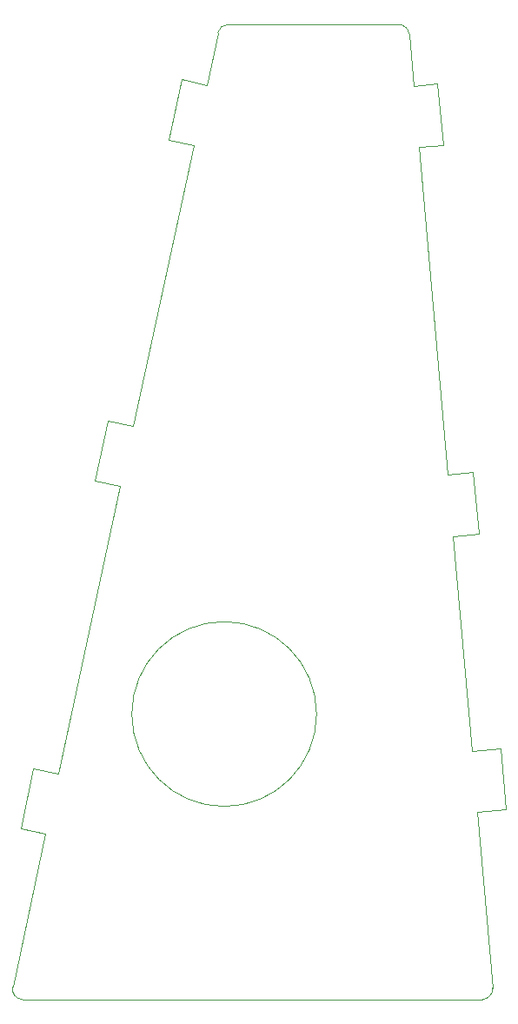
<source format=gbr>
%TF.GenerationSoftware,KiCad,Pcbnew,(5.1.10)-1*%
%TF.CreationDate,2021-12-01T23:12:09+02:00*%
%TF.ProjectId,gaisa-sargs-side-pcb-2,67616973-612d-4736-9172-67732d736964,rev?*%
%TF.SameCoordinates,Original*%
%TF.FileFunction,Profile,NP*%
%FSLAX46Y46*%
G04 Gerber Fmt 4.6, Leading zero omitted, Abs format (unit mm)*
G04 Created by KiCad (PCBNEW (5.1.10)-1) date 2021-12-01 23:12:09*
%MOMM*%
%LPD*%
G01*
G04 APERTURE LIST*
%TA.AperFunction,Profile*%
%ADD10C,0.050000*%
%TD*%
G04 APERTURE END LIST*
D10*
X126031615Y-90034139D02*
X123587506Y-89508466D01*
X131919148Y-62660119D02*
X126031615Y-90034139D01*
X129475040Y-62134446D02*
X131919148Y-62660119D01*
X134272524Y-51718127D02*
G75*
G02*
X135250168Y-50928396I977644J-210269D01*
G01*
X130736654Y-56268585D02*
X129475040Y-62134446D01*
X133180763Y-56794258D02*
X130736654Y-56268585D01*
X151905792Y-50928396D02*
X135250168Y-50928396D01*
X143896117Y-118081184D02*
G75*
G03*
X143896117Y-118081184I-9000000J0D01*
G01*
X134272524Y-51718127D02*
X133180763Y-56794258D01*
X162316468Y-127391875D02*
X159533115Y-127635387D01*
X123587506Y-89508466D02*
X122325891Y-95374327D01*
X151905793Y-50928396D02*
G75*
G02*
X152901987Y-51841241I-1J-1000000D01*
G01*
X156656976Y-94760963D02*
X153867992Y-62882733D01*
X159147463Y-94543074D02*
X156656976Y-94760963D01*
X153345058Y-56905565D02*
X155677922Y-56701465D01*
X159670397Y-100520242D02*
X157179910Y-100738131D01*
X161033341Y-144783046D02*
G75*
G02*
X160037146Y-145870202I-996195J-87156D01*
G01*
X117491977Y-129739083D02*
X114282839Y-144659933D01*
X122325891Y-95374327D02*
X124770000Y-95900000D01*
X160037146Y-145870202D02*
X115260482Y-145870202D01*
X115260482Y-145870201D02*
G75*
G02*
X114282839Y-144659933I0J999999D01*
G01*
X116309482Y-123347550D02*
X115047868Y-129213411D01*
X161793534Y-121414707D02*
X162316468Y-127391875D01*
X115047868Y-129213411D02*
X117491977Y-129739083D01*
X156200857Y-62678634D02*
X153867992Y-62882733D01*
X159010181Y-121658219D02*
X161793534Y-121414707D01*
X159147463Y-94543074D02*
X159670397Y-100520242D01*
X159010181Y-121658219D02*
X157179910Y-100738131D01*
X153345058Y-56905565D02*
X152901987Y-51841241D01*
X161033341Y-144783046D02*
X159533115Y-127635387D01*
X155677922Y-56701465D02*
X156200857Y-62678634D01*
X118753591Y-123873222D02*
X116309482Y-123347550D01*
X124770000Y-95900000D02*
X118753591Y-123873222D01*
M02*

</source>
